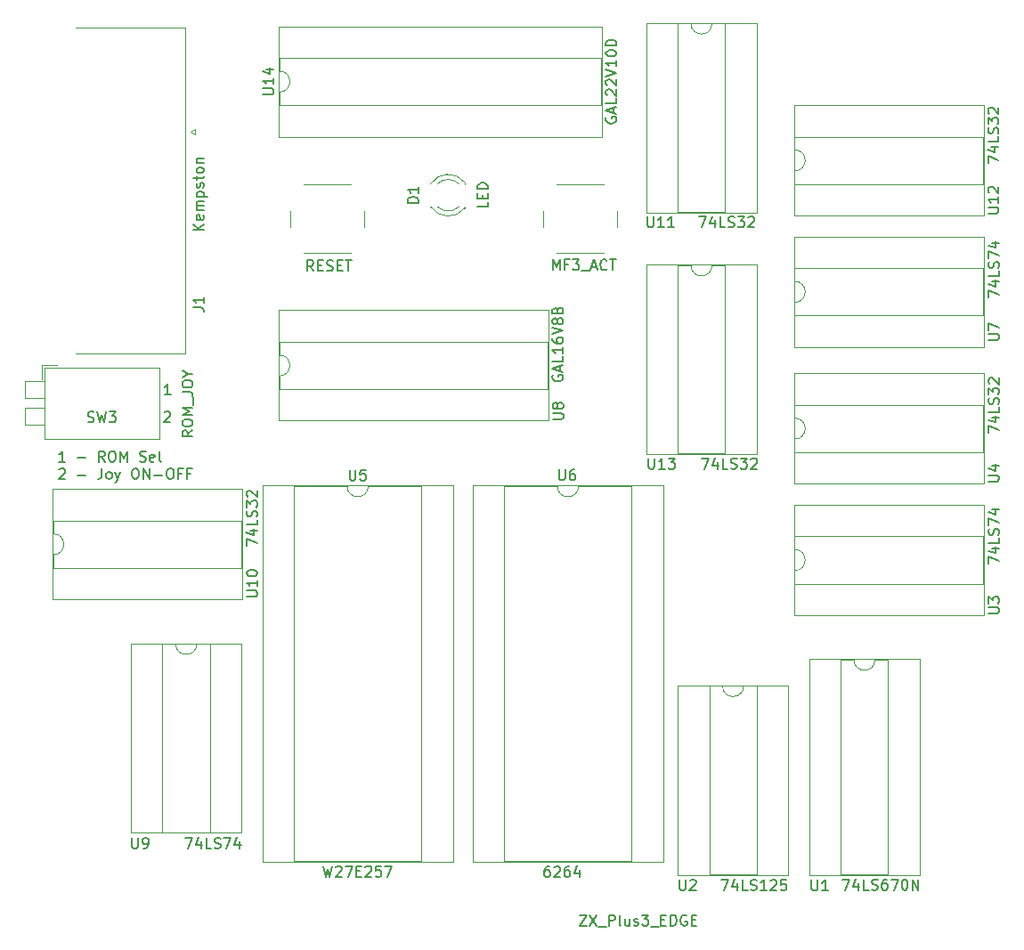
<source format=gto>
G04 #@! TF.GenerationSoftware,KiCad,Pcbnew,(5.1.6)-1*
G04 #@! TF.CreationDate,2020-12-01T23:33:15+02:00*
G04 #@! TF.ProjectId,ZX_Multiface_3_1_4D,5a585f4d-756c-4746-9966-6163655f335f,rev?*
G04 #@! TF.SameCoordinates,Original*
G04 #@! TF.FileFunction,Legend,Top*
G04 #@! TF.FilePolarity,Positive*
%FSLAX46Y46*%
G04 Gerber Fmt 4.6, Leading zero omitted, Abs format (unit mm)*
G04 Created by KiCad (PCBNEW (5.1.6)-1) date 2020-12-01 23:33:15*
%MOMM*%
%LPD*%
G01*
G04 APERTURE LIST*
%ADD10C,0.150000*%
%ADD11C,0.120000*%
G04 APERTURE END LIST*
D10*
X89731885Y-95661219D02*
X89779504Y-95613600D01*
X89874742Y-95565980D01*
X90112838Y-95565980D01*
X90208076Y-95613600D01*
X90255695Y-95661219D01*
X90303314Y-95756457D01*
X90303314Y-95851695D01*
X90255695Y-95994552D01*
X89684266Y-96565980D01*
X90303314Y-96565980D01*
X90354114Y-93949780D02*
X89782685Y-93949780D01*
X90068400Y-93949780D02*
X90068400Y-92949780D01*
X89973161Y-93092638D01*
X89877923Y-93187876D01*
X89782685Y-93235495D01*
X80310604Y-100338380D02*
X79739176Y-100338380D01*
X80024890Y-100338380D02*
X80024890Y-99338380D01*
X79929652Y-99481238D01*
X79834414Y-99576476D01*
X79739176Y-99624095D01*
X81501080Y-99957428D02*
X82262985Y-99957428D01*
X84072509Y-100338380D02*
X83739176Y-99862190D01*
X83501080Y-100338380D02*
X83501080Y-99338380D01*
X83882033Y-99338380D01*
X83977271Y-99386000D01*
X84024890Y-99433619D01*
X84072509Y-99528857D01*
X84072509Y-99671714D01*
X84024890Y-99766952D01*
X83977271Y-99814571D01*
X83882033Y-99862190D01*
X83501080Y-99862190D01*
X84691557Y-99338380D02*
X84882033Y-99338380D01*
X84977271Y-99386000D01*
X85072509Y-99481238D01*
X85120128Y-99671714D01*
X85120128Y-100005047D01*
X85072509Y-100195523D01*
X84977271Y-100290761D01*
X84882033Y-100338380D01*
X84691557Y-100338380D01*
X84596319Y-100290761D01*
X84501080Y-100195523D01*
X84453461Y-100005047D01*
X84453461Y-99671714D01*
X84501080Y-99481238D01*
X84596319Y-99386000D01*
X84691557Y-99338380D01*
X85548700Y-100338380D02*
X85548700Y-99338380D01*
X85882033Y-100052666D01*
X86215366Y-99338380D01*
X86215366Y-100338380D01*
X87405842Y-100290761D02*
X87548700Y-100338380D01*
X87786795Y-100338380D01*
X87882033Y-100290761D01*
X87929652Y-100243142D01*
X87977271Y-100147904D01*
X87977271Y-100052666D01*
X87929652Y-99957428D01*
X87882033Y-99909809D01*
X87786795Y-99862190D01*
X87596319Y-99814571D01*
X87501080Y-99766952D01*
X87453461Y-99719333D01*
X87405842Y-99624095D01*
X87405842Y-99528857D01*
X87453461Y-99433619D01*
X87501080Y-99386000D01*
X87596319Y-99338380D01*
X87834414Y-99338380D01*
X87977271Y-99386000D01*
X88786795Y-100290761D02*
X88691557Y-100338380D01*
X88501080Y-100338380D01*
X88405842Y-100290761D01*
X88358223Y-100195523D01*
X88358223Y-99814571D01*
X88405842Y-99719333D01*
X88501080Y-99671714D01*
X88691557Y-99671714D01*
X88786795Y-99719333D01*
X88834414Y-99814571D01*
X88834414Y-99909809D01*
X88358223Y-100005047D01*
X89405842Y-100338380D02*
X89310604Y-100290761D01*
X89262985Y-100195523D01*
X89262985Y-99338380D01*
X79739176Y-101083619D02*
X79786795Y-101036000D01*
X79882033Y-100988380D01*
X80120128Y-100988380D01*
X80215366Y-101036000D01*
X80262985Y-101083619D01*
X80310604Y-101178857D01*
X80310604Y-101274095D01*
X80262985Y-101416952D01*
X79691557Y-101988380D01*
X80310604Y-101988380D01*
X81501080Y-101607428D02*
X82262985Y-101607428D01*
X83786795Y-100988380D02*
X83786795Y-101702666D01*
X83739176Y-101845523D01*
X83643938Y-101940761D01*
X83501080Y-101988380D01*
X83405842Y-101988380D01*
X84405842Y-101988380D02*
X84310604Y-101940761D01*
X84262985Y-101893142D01*
X84215366Y-101797904D01*
X84215366Y-101512190D01*
X84262985Y-101416952D01*
X84310604Y-101369333D01*
X84405842Y-101321714D01*
X84548700Y-101321714D01*
X84643938Y-101369333D01*
X84691557Y-101416952D01*
X84739176Y-101512190D01*
X84739176Y-101797904D01*
X84691557Y-101893142D01*
X84643938Y-101940761D01*
X84548700Y-101988380D01*
X84405842Y-101988380D01*
X85072509Y-101321714D02*
X85310604Y-101988380D01*
X85548700Y-101321714D02*
X85310604Y-101988380D01*
X85215366Y-102226476D01*
X85167747Y-102274095D01*
X85072509Y-102321714D01*
X86882033Y-100988380D02*
X87072509Y-100988380D01*
X87167747Y-101036000D01*
X87262985Y-101131238D01*
X87310604Y-101321714D01*
X87310604Y-101655047D01*
X87262985Y-101845523D01*
X87167747Y-101940761D01*
X87072509Y-101988380D01*
X86882033Y-101988380D01*
X86786795Y-101940761D01*
X86691557Y-101845523D01*
X86643938Y-101655047D01*
X86643938Y-101321714D01*
X86691557Y-101131238D01*
X86786795Y-101036000D01*
X86882033Y-100988380D01*
X87739176Y-101988380D02*
X87739176Y-100988380D01*
X88310604Y-101988380D01*
X88310604Y-100988380D01*
X88786795Y-101607428D02*
X89548700Y-101607428D01*
X90215366Y-100988380D02*
X90405842Y-100988380D01*
X90501080Y-101036000D01*
X90596319Y-101131238D01*
X90643938Y-101321714D01*
X90643938Y-101655047D01*
X90596319Y-101845523D01*
X90501080Y-101940761D01*
X90405842Y-101988380D01*
X90215366Y-101988380D01*
X90120128Y-101940761D01*
X90024890Y-101845523D01*
X89977271Y-101655047D01*
X89977271Y-101321714D01*
X90024890Y-101131238D01*
X90120128Y-101036000D01*
X90215366Y-100988380D01*
X91405842Y-101464571D02*
X91072509Y-101464571D01*
X91072509Y-101988380D02*
X91072509Y-100988380D01*
X91548700Y-100988380D01*
X92262985Y-101464571D02*
X91929652Y-101464571D01*
X91929652Y-101988380D02*
X91929652Y-100988380D01*
X92405842Y-100988380D01*
D11*
X100670000Y-65190000D02*
X100670000Y-66440000D01*
X100670000Y-66440000D02*
X131270000Y-66440000D01*
X131270000Y-66440000D02*
X131270000Y-61940000D01*
X131270000Y-61940000D02*
X100670000Y-61940000D01*
X100670000Y-61940000D02*
X100670000Y-63190000D01*
X100610000Y-69440000D02*
X131330000Y-69440000D01*
X131330000Y-69440000D02*
X131330000Y-58940000D01*
X131330000Y-58940000D02*
X100610000Y-58940000D01*
X100610000Y-58940000D02*
X100610000Y-69440000D01*
X100670000Y-63190000D02*
G75*
G02*
X100670000Y-65190000I0J-1000000D01*
G01*
X78350000Y-95230000D02*
X78350000Y-96850000D01*
X76490000Y-95230000D02*
X76490000Y-96850000D01*
X76490000Y-96850000D02*
X78350000Y-96850000D01*
X76490000Y-95230000D02*
X78350000Y-95230000D01*
X78350000Y-92690000D02*
X78350000Y-94310000D01*
X76490000Y-92690000D02*
X76490000Y-94310000D01*
X76490000Y-94310000D02*
X78350000Y-94310000D01*
X76490000Y-92690000D02*
X78350000Y-92690000D01*
X78110000Y-91150000D02*
X78110000Y-92533000D01*
X78110000Y-91150000D02*
X79493000Y-91150000D01*
X89270000Y-91390000D02*
X89270000Y-98150000D01*
X78350000Y-91390000D02*
X78350000Y-98150000D01*
X78350000Y-98150000D02*
X89270000Y-98150000D01*
X78350000Y-91390000D02*
X89270000Y-91390000D01*
X92221325Y-69000000D02*
X92654338Y-68750000D01*
X92654338Y-69250000D02*
X92221325Y-69000000D01*
X92654338Y-68750000D02*
X92654338Y-69250000D01*
X91760000Y-90025000D02*
X81280000Y-90025000D01*
X91760000Y-59055000D02*
X91760000Y-90025000D01*
X81280000Y-59055000D02*
X91760000Y-59055000D01*
X107120000Y-102670000D02*
X102060000Y-102670000D01*
X102060000Y-102670000D02*
X102060000Y-138350000D01*
X102060000Y-138350000D02*
X114180000Y-138350000D01*
X114180000Y-138350000D02*
X114180000Y-102670000D01*
X114180000Y-102670000D02*
X109120000Y-102670000D01*
X99060000Y-102610000D02*
X99060000Y-138410000D01*
X99060000Y-138410000D02*
X117180000Y-138410000D01*
X117180000Y-138410000D02*
X117180000Y-102610000D01*
X117180000Y-102610000D02*
X99060000Y-102610000D01*
X109120000Y-102670000D02*
G75*
G02*
X107120000Y-102670000I-1000000J0D01*
G01*
X132750000Y-78000000D02*
X132750000Y-76500000D01*
X131500000Y-74000000D02*
X127000000Y-74000000D01*
X125750000Y-76500000D02*
X125750000Y-78000000D01*
X127000000Y-80500000D02*
X131500000Y-80500000D01*
X108750000Y-78000000D02*
X108750000Y-76500000D01*
X107500000Y-74000000D02*
X103000000Y-74000000D01*
X101750000Y-76500000D02*
X101750000Y-78000000D01*
X103000000Y-80500000D02*
X107500000Y-80500000D01*
X97060000Y-117610000D02*
X86560000Y-117610000D01*
X97060000Y-135630000D02*
X97060000Y-117610000D01*
X86560000Y-135630000D02*
X97060000Y-135630000D01*
X86560000Y-117610000D02*
X86560000Y-135630000D01*
X94060000Y-117670000D02*
X92810000Y-117670000D01*
X94060000Y-135570000D02*
X94060000Y-117670000D01*
X89560000Y-135570000D02*
X94060000Y-135570000D01*
X89560000Y-117670000D02*
X89560000Y-135570000D01*
X90810000Y-117670000D02*
X89560000Y-117670000D01*
X92810000Y-117670000D02*
G75*
G02*
X90810000Y-117670000I-1000000J0D01*
G01*
X149610000Y-78940000D02*
X149610000Y-89440000D01*
X167630000Y-78940000D02*
X149610000Y-78940000D01*
X167630000Y-89440000D02*
X167630000Y-78940000D01*
X149610000Y-89440000D02*
X167630000Y-89440000D01*
X149670000Y-81940000D02*
X149670000Y-83190000D01*
X167570000Y-81940000D02*
X149670000Y-81940000D01*
X167570000Y-86440000D02*
X167570000Y-81940000D01*
X149670000Y-86440000D02*
X167570000Y-86440000D01*
X149670000Y-85190000D02*
X149670000Y-86440000D01*
X149670000Y-83190000D02*
G75*
G02*
X149670000Y-85190000I0J-1000000D01*
G01*
X149610000Y-104440000D02*
X149610000Y-114940000D01*
X167630000Y-104440000D02*
X149610000Y-104440000D01*
X167630000Y-114940000D02*
X167630000Y-104440000D01*
X149610000Y-114940000D02*
X167630000Y-114940000D01*
X149670000Y-107440000D02*
X149670000Y-108690000D01*
X167570000Y-107440000D02*
X149670000Y-107440000D01*
X167570000Y-111940000D02*
X167570000Y-107440000D01*
X149670000Y-111940000D02*
X167570000Y-111940000D01*
X149670000Y-110690000D02*
X149670000Y-111940000D01*
X149670000Y-108690000D02*
G75*
G02*
X149670000Y-110690000I0J-1000000D01*
G01*
X146060000Y-58610000D02*
X135560000Y-58610000D01*
X146060000Y-76630000D02*
X146060000Y-58610000D01*
X135560000Y-76630000D02*
X146060000Y-76630000D01*
X135560000Y-58610000D02*
X135560000Y-76630000D01*
X143060000Y-58670000D02*
X141810000Y-58670000D01*
X143060000Y-76570000D02*
X143060000Y-58670000D01*
X138560000Y-76570000D02*
X143060000Y-76570000D01*
X138560000Y-58670000D02*
X138560000Y-76570000D01*
X139810000Y-58670000D02*
X138560000Y-58670000D01*
X141810000Y-58670000D02*
G75*
G02*
X139810000Y-58670000I-1000000J0D01*
G01*
X137180000Y-102610000D02*
X119060000Y-102610000D01*
X137180000Y-138410000D02*
X137180000Y-102610000D01*
X119060000Y-138410000D02*
X137180000Y-138410000D01*
X119060000Y-102610000D02*
X119060000Y-138410000D01*
X134180000Y-102670000D02*
X129120000Y-102670000D01*
X134180000Y-138350000D02*
X134180000Y-102670000D01*
X122060000Y-138350000D02*
X134180000Y-138350000D01*
X122060000Y-102670000D02*
X122060000Y-138350000D01*
X127120000Y-102670000D02*
X122060000Y-102670000D01*
X129120000Y-102670000D02*
G75*
G02*
X127120000Y-102670000I-1000000J0D01*
G01*
X146060000Y-81610000D02*
X135560000Y-81610000D01*
X146060000Y-99630000D02*
X146060000Y-81610000D01*
X135560000Y-99630000D02*
X146060000Y-99630000D01*
X135560000Y-81610000D02*
X135560000Y-99630000D01*
X143060000Y-81670000D02*
X141810000Y-81670000D01*
X143060000Y-99570000D02*
X143060000Y-81670000D01*
X138560000Y-99570000D02*
X143060000Y-99570000D01*
X138560000Y-81670000D02*
X138560000Y-99570000D01*
X139810000Y-81670000D02*
X138560000Y-81670000D01*
X141810000Y-81670000D02*
G75*
G02*
X139810000Y-81670000I-1000000J0D01*
G01*
X149610000Y-66440000D02*
X149610000Y-76940000D01*
X167630000Y-66440000D02*
X149610000Y-66440000D01*
X167630000Y-76940000D02*
X167630000Y-66440000D01*
X149610000Y-76940000D02*
X167630000Y-76940000D01*
X149670000Y-69440000D02*
X149670000Y-70690000D01*
X167570000Y-69440000D02*
X149670000Y-69440000D01*
X167570000Y-73940000D02*
X167570000Y-69440000D01*
X149670000Y-73940000D02*
X167570000Y-73940000D01*
X149670000Y-72690000D02*
X149670000Y-73940000D01*
X149670000Y-70690000D02*
G75*
G02*
X149670000Y-72690000I0J-1000000D01*
G01*
X79110000Y-102940000D02*
X79110000Y-113440000D01*
X97130000Y-102940000D02*
X79110000Y-102940000D01*
X97130000Y-113440000D02*
X97130000Y-102940000D01*
X79110000Y-113440000D02*
X97130000Y-113440000D01*
X79170000Y-105940000D02*
X79170000Y-107190000D01*
X97070000Y-105940000D02*
X79170000Y-105940000D01*
X97070000Y-110440000D02*
X97070000Y-105940000D01*
X79170000Y-110440000D02*
X97070000Y-110440000D01*
X79170000Y-109190000D02*
X79170000Y-110440000D01*
X79170000Y-107190000D02*
G75*
G02*
X79170000Y-109190000I0J-1000000D01*
G01*
X100610000Y-85940000D02*
X100610000Y-96440000D01*
X126250000Y-85940000D02*
X100610000Y-85940000D01*
X126250000Y-96440000D02*
X126250000Y-85940000D01*
X100610000Y-96440000D02*
X126250000Y-96440000D01*
X100670000Y-88940000D02*
X100670000Y-90190000D01*
X126190000Y-88940000D02*
X100670000Y-88940000D01*
X126190000Y-93440000D02*
X126190000Y-88940000D01*
X100670000Y-93440000D02*
X126190000Y-93440000D01*
X100670000Y-92190000D02*
X100670000Y-93440000D01*
X100670000Y-90190000D02*
G75*
G02*
X100670000Y-92190000I0J-1000000D01*
G01*
X149610000Y-91940000D02*
X149610000Y-102440000D01*
X167630000Y-91940000D02*
X149610000Y-91940000D01*
X167630000Y-102440000D02*
X167630000Y-91940000D01*
X149610000Y-102440000D02*
X167630000Y-102440000D01*
X149670000Y-94940000D02*
X149670000Y-96190000D01*
X167570000Y-94940000D02*
X149670000Y-94940000D01*
X167570000Y-99440000D02*
X167570000Y-94940000D01*
X149670000Y-99440000D02*
X167570000Y-99440000D01*
X149670000Y-98190000D02*
X149670000Y-99440000D01*
X149670000Y-96190000D02*
G75*
G02*
X149670000Y-98190000I0J-1000000D01*
G01*
X149060000Y-121610000D02*
X138560000Y-121610000D01*
X149060000Y-139630000D02*
X149060000Y-121610000D01*
X138560000Y-139630000D02*
X149060000Y-139630000D01*
X138560000Y-121610000D02*
X138560000Y-139630000D01*
X146060000Y-121670000D02*
X144810000Y-121670000D01*
X146060000Y-139570000D02*
X146060000Y-121670000D01*
X141560000Y-139570000D02*
X146060000Y-139570000D01*
X141560000Y-121670000D02*
X141560000Y-139570000D01*
X142810000Y-121670000D02*
X141560000Y-121670000D01*
X144810000Y-121670000D02*
G75*
G02*
X142810000Y-121670000I-1000000J0D01*
G01*
X161560000Y-119110000D02*
X151060000Y-119110000D01*
X161560000Y-139670000D02*
X161560000Y-119110000D01*
X151060000Y-139670000D02*
X161560000Y-139670000D01*
X151060000Y-119110000D02*
X151060000Y-139670000D01*
X158560000Y-119170000D02*
X157310000Y-119170000D01*
X158560000Y-139610000D02*
X158560000Y-119170000D01*
X154060000Y-139610000D02*
X158560000Y-139610000D01*
X154060000Y-119170000D02*
X154060000Y-139610000D01*
X155310000Y-119170000D02*
X154060000Y-119170000D01*
X157310000Y-119170000D02*
G75*
G02*
X155310000Y-119170000I-1000000J0D01*
G01*
X118290000Y-73920000D02*
X118290000Y-73764000D01*
X118290000Y-76236000D02*
X118290000Y-76080000D01*
X115688870Y-73920163D02*
G75*
G02*
X117770961Y-73920000I1041130J-1079837D01*
G01*
X115688870Y-76079837D02*
G75*
G03*
X117770961Y-76080000I1041130J1079837D01*
G01*
X115057665Y-73921392D02*
G75*
G02*
X118290000Y-73764484I1672335J-1078608D01*
G01*
X115057665Y-76078608D02*
G75*
G03*
X118290000Y-76235516I1672335J1078608D01*
G01*
D10*
X99122380Y-65428095D02*
X99931904Y-65428095D01*
X100027142Y-65380476D01*
X100074761Y-65332857D01*
X100122380Y-65237619D01*
X100122380Y-65047142D01*
X100074761Y-64951904D01*
X100027142Y-64904285D01*
X99931904Y-64856666D01*
X99122380Y-64856666D01*
X100122380Y-63856666D02*
X100122380Y-64428095D01*
X100122380Y-64142380D02*
X99122380Y-64142380D01*
X99265238Y-64237619D01*
X99360476Y-64332857D01*
X99408095Y-64428095D01*
X99455714Y-62999523D02*
X100122380Y-62999523D01*
X99074761Y-63237619D02*
X99789047Y-63475714D01*
X99789047Y-62856666D01*
X131770000Y-67594761D02*
X131722380Y-67690000D01*
X131722380Y-67832857D01*
X131770000Y-67975714D01*
X131865238Y-68070952D01*
X131960476Y-68118571D01*
X132150952Y-68166190D01*
X132293809Y-68166190D01*
X132484285Y-68118571D01*
X132579523Y-68070952D01*
X132674761Y-67975714D01*
X132722380Y-67832857D01*
X132722380Y-67737619D01*
X132674761Y-67594761D01*
X132627142Y-67547142D01*
X132293809Y-67547142D01*
X132293809Y-67737619D01*
X132436666Y-67166190D02*
X132436666Y-66690000D01*
X132722380Y-67261428D02*
X131722380Y-66928095D01*
X132722380Y-66594761D01*
X132722380Y-65785238D02*
X132722380Y-66261428D01*
X131722380Y-66261428D01*
X131817619Y-65499523D02*
X131770000Y-65451904D01*
X131722380Y-65356666D01*
X131722380Y-65118571D01*
X131770000Y-65023333D01*
X131817619Y-64975714D01*
X131912857Y-64928095D01*
X132008095Y-64928095D01*
X132150952Y-64975714D01*
X132722380Y-65547142D01*
X132722380Y-64928095D01*
X131817619Y-64547142D02*
X131770000Y-64499523D01*
X131722380Y-64404285D01*
X131722380Y-64166190D01*
X131770000Y-64070952D01*
X131817619Y-64023333D01*
X131912857Y-63975714D01*
X132008095Y-63975714D01*
X132150952Y-64023333D01*
X132722380Y-64594761D01*
X132722380Y-63975714D01*
X131722380Y-63690000D02*
X132722380Y-63356666D01*
X131722380Y-63023333D01*
X132722380Y-62166190D02*
X132722380Y-62737619D01*
X132722380Y-62451904D02*
X131722380Y-62451904D01*
X131865238Y-62547142D01*
X131960476Y-62642380D01*
X132008095Y-62737619D01*
X131722380Y-61547142D02*
X131722380Y-61451904D01*
X131770000Y-61356666D01*
X131817619Y-61309047D01*
X131912857Y-61261428D01*
X132103333Y-61213809D01*
X132341428Y-61213809D01*
X132531904Y-61261428D01*
X132627142Y-61309047D01*
X132674761Y-61356666D01*
X132722380Y-61451904D01*
X132722380Y-61547142D01*
X132674761Y-61642380D01*
X132627142Y-61690000D01*
X132531904Y-61737619D01*
X132341428Y-61785238D01*
X132103333Y-61785238D01*
X131912857Y-61737619D01*
X131817619Y-61690000D01*
X131770000Y-61642380D01*
X131722380Y-61547142D01*
X132722380Y-60785238D02*
X131722380Y-60785238D01*
X131722380Y-60547142D01*
X131770000Y-60404285D01*
X131865238Y-60309047D01*
X131960476Y-60261428D01*
X132150952Y-60213809D01*
X132293809Y-60213809D01*
X132484285Y-60261428D01*
X132579523Y-60309047D01*
X132674761Y-60404285D01*
X132722380Y-60547142D01*
X132722380Y-60785238D01*
X82451266Y-96546361D02*
X82594123Y-96593980D01*
X82832219Y-96593980D01*
X82927457Y-96546361D01*
X82975076Y-96498742D01*
X83022695Y-96403504D01*
X83022695Y-96308266D01*
X82975076Y-96213028D01*
X82927457Y-96165409D01*
X82832219Y-96117790D01*
X82641742Y-96070171D01*
X82546504Y-96022552D01*
X82498885Y-95974933D01*
X82451266Y-95879695D01*
X82451266Y-95784457D01*
X82498885Y-95689219D01*
X82546504Y-95641600D01*
X82641742Y-95593980D01*
X82879838Y-95593980D01*
X83022695Y-95641600D01*
X83356028Y-95593980D02*
X83594123Y-96593980D01*
X83784600Y-95879695D01*
X83975076Y-96593980D01*
X84213171Y-95593980D01*
X84498885Y-95593980D02*
X85117933Y-95593980D01*
X84784600Y-95974933D01*
X84927457Y-95974933D01*
X85022695Y-96022552D01*
X85070314Y-96070171D01*
X85117933Y-96165409D01*
X85117933Y-96403504D01*
X85070314Y-96498742D01*
X85022695Y-96546361D01*
X84927457Y-96593980D01*
X84641742Y-96593980D01*
X84546504Y-96546361D01*
X84498885Y-96498742D01*
X92425780Y-97369000D02*
X91949590Y-97702333D01*
X92425780Y-97940428D02*
X91425780Y-97940428D01*
X91425780Y-97559476D01*
X91473400Y-97464238D01*
X91521019Y-97416619D01*
X91616257Y-97369000D01*
X91759114Y-97369000D01*
X91854352Y-97416619D01*
X91901971Y-97464238D01*
X91949590Y-97559476D01*
X91949590Y-97940428D01*
X91425780Y-96749952D02*
X91425780Y-96559476D01*
X91473400Y-96464238D01*
X91568638Y-96369000D01*
X91759114Y-96321380D01*
X92092447Y-96321380D01*
X92282923Y-96369000D01*
X92378161Y-96464238D01*
X92425780Y-96559476D01*
X92425780Y-96749952D01*
X92378161Y-96845190D01*
X92282923Y-96940428D01*
X92092447Y-96988047D01*
X91759114Y-96988047D01*
X91568638Y-96940428D01*
X91473400Y-96845190D01*
X91425780Y-96749952D01*
X92425780Y-95892809D02*
X91425780Y-95892809D01*
X92140066Y-95559476D01*
X91425780Y-95226142D01*
X92425780Y-95226142D01*
X92521019Y-94988047D02*
X92521019Y-94226142D01*
X91425780Y-93702333D02*
X92140066Y-93702333D01*
X92282923Y-93749952D01*
X92378161Y-93845190D01*
X92425780Y-93988047D01*
X92425780Y-94083285D01*
X91425780Y-93035666D02*
X91425780Y-92845190D01*
X91473400Y-92749952D01*
X91568638Y-92654714D01*
X91759114Y-92607095D01*
X92092447Y-92607095D01*
X92282923Y-92654714D01*
X92378161Y-92749952D01*
X92425780Y-92845190D01*
X92425780Y-93035666D01*
X92378161Y-93130904D01*
X92282923Y-93226142D01*
X92092447Y-93273761D01*
X91759114Y-93273761D01*
X91568638Y-93226142D01*
X91473400Y-93130904D01*
X91425780Y-93035666D01*
X91949590Y-91988047D02*
X92425780Y-91988047D01*
X91425780Y-92321380D02*
X91949590Y-91988047D01*
X91425780Y-91654714D01*
X92467180Y-85677333D02*
X93181466Y-85677333D01*
X93324323Y-85724952D01*
X93419561Y-85820190D01*
X93467180Y-85963047D01*
X93467180Y-86058285D01*
X93467180Y-84677333D02*
X93467180Y-85248761D01*
X93467180Y-84963047D02*
X92467180Y-84963047D01*
X92610038Y-85058285D01*
X92705276Y-85153523D01*
X92752895Y-85248761D01*
X93467180Y-78309361D02*
X92467180Y-78309361D01*
X93467180Y-77737933D02*
X92895752Y-78166504D01*
X92467180Y-77737933D02*
X93038609Y-78309361D01*
X93419561Y-76928409D02*
X93467180Y-77023647D01*
X93467180Y-77214123D01*
X93419561Y-77309361D01*
X93324323Y-77356980D01*
X92943371Y-77356980D01*
X92848133Y-77309361D01*
X92800514Y-77214123D01*
X92800514Y-77023647D01*
X92848133Y-76928409D01*
X92943371Y-76880790D01*
X93038609Y-76880790D01*
X93133847Y-77356980D01*
X93467180Y-76452219D02*
X92800514Y-76452219D01*
X92895752Y-76452219D02*
X92848133Y-76404600D01*
X92800514Y-76309361D01*
X92800514Y-76166504D01*
X92848133Y-76071266D01*
X92943371Y-76023647D01*
X93467180Y-76023647D01*
X92943371Y-76023647D02*
X92848133Y-75976028D01*
X92800514Y-75880790D01*
X92800514Y-75737933D01*
X92848133Y-75642695D01*
X92943371Y-75595076D01*
X93467180Y-75595076D01*
X92800514Y-75118885D02*
X93800514Y-75118885D01*
X92848133Y-75118885D02*
X92800514Y-75023647D01*
X92800514Y-74833171D01*
X92848133Y-74737933D01*
X92895752Y-74690314D01*
X92990990Y-74642695D01*
X93276704Y-74642695D01*
X93371942Y-74690314D01*
X93419561Y-74737933D01*
X93467180Y-74833171D01*
X93467180Y-75023647D01*
X93419561Y-75118885D01*
X93419561Y-74261742D02*
X93467180Y-74166504D01*
X93467180Y-73976028D01*
X93419561Y-73880790D01*
X93324323Y-73833171D01*
X93276704Y-73833171D01*
X93181466Y-73880790D01*
X93133847Y-73976028D01*
X93133847Y-74118885D01*
X93086228Y-74214123D01*
X92990990Y-74261742D01*
X92943371Y-74261742D01*
X92848133Y-74214123D01*
X92800514Y-74118885D01*
X92800514Y-73976028D01*
X92848133Y-73880790D01*
X92800514Y-73547457D02*
X92800514Y-73166504D01*
X92467180Y-73404600D02*
X93324323Y-73404600D01*
X93419561Y-73356980D01*
X93467180Y-73261742D01*
X93467180Y-73166504D01*
X93467180Y-72690314D02*
X93419561Y-72785552D01*
X93371942Y-72833171D01*
X93276704Y-72880790D01*
X92990990Y-72880790D01*
X92895752Y-72833171D01*
X92848133Y-72785552D01*
X92800514Y-72690314D01*
X92800514Y-72547457D01*
X92848133Y-72452219D01*
X92895752Y-72404600D01*
X92990990Y-72356980D01*
X93276704Y-72356980D01*
X93371942Y-72404600D01*
X93419561Y-72452219D01*
X93467180Y-72547457D01*
X93467180Y-72690314D01*
X92800514Y-71928409D02*
X93467180Y-71928409D01*
X92895752Y-71928409D02*
X92848133Y-71880790D01*
X92800514Y-71785552D01*
X92800514Y-71642695D01*
X92848133Y-71547457D01*
X92943371Y-71499838D01*
X93467180Y-71499838D01*
X107358095Y-101122380D02*
X107358095Y-101931904D01*
X107405714Y-102027142D01*
X107453333Y-102074761D01*
X107548571Y-102122380D01*
X107739047Y-102122380D01*
X107834285Y-102074761D01*
X107881904Y-102027142D01*
X107929523Y-101931904D01*
X107929523Y-101122380D01*
X108881904Y-101122380D02*
X108405714Y-101122380D01*
X108358095Y-101598571D01*
X108405714Y-101550952D01*
X108500952Y-101503333D01*
X108739047Y-101503333D01*
X108834285Y-101550952D01*
X108881904Y-101598571D01*
X108929523Y-101693809D01*
X108929523Y-101931904D01*
X108881904Y-102027142D01*
X108834285Y-102074761D01*
X108739047Y-102122380D01*
X108500952Y-102122380D01*
X108405714Y-102074761D01*
X108358095Y-102027142D01*
X104858095Y-138802380D02*
X105096190Y-139802380D01*
X105286666Y-139088095D01*
X105477142Y-139802380D01*
X105715238Y-138802380D01*
X106048571Y-138897619D02*
X106096190Y-138850000D01*
X106191428Y-138802380D01*
X106429523Y-138802380D01*
X106524761Y-138850000D01*
X106572380Y-138897619D01*
X106620000Y-138992857D01*
X106620000Y-139088095D01*
X106572380Y-139230952D01*
X106000952Y-139802380D01*
X106620000Y-139802380D01*
X106953333Y-138802380D02*
X107620000Y-138802380D01*
X107191428Y-139802380D01*
X108000952Y-139278571D02*
X108334285Y-139278571D01*
X108477142Y-139802380D02*
X108000952Y-139802380D01*
X108000952Y-138802380D01*
X108477142Y-138802380D01*
X108858095Y-138897619D02*
X108905714Y-138850000D01*
X109000952Y-138802380D01*
X109239047Y-138802380D01*
X109334285Y-138850000D01*
X109381904Y-138897619D01*
X109429523Y-138992857D01*
X109429523Y-139088095D01*
X109381904Y-139230952D01*
X108810476Y-139802380D01*
X109429523Y-139802380D01*
X110334285Y-138802380D02*
X109858095Y-138802380D01*
X109810476Y-139278571D01*
X109858095Y-139230952D01*
X109953333Y-139183333D01*
X110191428Y-139183333D01*
X110286666Y-139230952D01*
X110334285Y-139278571D01*
X110381904Y-139373809D01*
X110381904Y-139611904D01*
X110334285Y-139707142D01*
X110286666Y-139754761D01*
X110191428Y-139802380D01*
X109953333Y-139802380D01*
X109858095Y-139754761D01*
X109810476Y-139707142D01*
X110715238Y-138802380D02*
X111381904Y-138802380D01*
X110953333Y-139802380D01*
X126662228Y-82113380D02*
X126662228Y-81113380D01*
X126995561Y-81827666D01*
X127328895Y-81113380D01*
X127328895Y-82113380D01*
X128138419Y-81589571D02*
X127805085Y-81589571D01*
X127805085Y-82113380D02*
X127805085Y-81113380D01*
X128281276Y-81113380D01*
X128566990Y-81113380D02*
X129186038Y-81113380D01*
X128852704Y-81494333D01*
X128995561Y-81494333D01*
X129090800Y-81541952D01*
X129138419Y-81589571D01*
X129186038Y-81684809D01*
X129186038Y-81922904D01*
X129138419Y-82018142D01*
X129090800Y-82065761D01*
X128995561Y-82113380D01*
X128709847Y-82113380D01*
X128614609Y-82065761D01*
X128566990Y-82018142D01*
X129376514Y-82208619D02*
X130138419Y-82208619D01*
X130328895Y-81827666D02*
X130805085Y-81827666D01*
X130233657Y-82113380D02*
X130566990Y-81113380D01*
X130900323Y-82113380D01*
X131805085Y-82018142D02*
X131757466Y-82065761D01*
X131614609Y-82113380D01*
X131519371Y-82113380D01*
X131376514Y-82065761D01*
X131281276Y-81970523D01*
X131233657Y-81875285D01*
X131186038Y-81684809D01*
X131186038Y-81541952D01*
X131233657Y-81351476D01*
X131281276Y-81256238D01*
X131376514Y-81161000D01*
X131519371Y-81113380D01*
X131614609Y-81113380D01*
X131757466Y-81161000D01*
X131805085Y-81208619D01*
X132090800Y-81113380D02*
X132662228Y-81113380D01*
X132376514Y-82113380D02*
X132376514Y-81113380D01*
X103906819Y-82189580D02*
X103573485Y-81713390D01*
X103335390Y-82189580D02*
X103335390Y-81189580D01*
X103716342Y-81189580D01*
X103811580Y-81237200D01*
X103859200Y-81284819D01*
X103906819Y-81380057D01*
X103906819Y-81522914D01*
X103859200Y-81618152D01*
X103811580Y-81665771D01*
X103716342Y-81713390D01*
X103335390Y-81713390D01*
X104335390Y-81665771D02*
X104668723Y-81665771D01*
X104811580Y-82189580D02*
X104335390Y-82189580D01*
X104335390Y-81189580D01*
X104811580Y-81189580D01*
X105192533Y-82141961D02*
X105335390Y-82189580D01*
X105573485Y-82189580D01*
X105668723Y-82141961D01*
X105716342Y-82094342D01*
X105763961Y-81999104D01*
X105763961Y-81903866D01*
X105716342Y-81808628D01*
X105668723Y-81761009D01*
X105573485Y-81713390D01*
X105383009Y-81665771D01*
X105287771Y-81618152D01*
X105240152Y-81570533D01*
X105192533Y-81475295D01*
X105192533Y-81380057D01*
X105240152Y-81284819D01*
X105287771Y-81237200D01*
X105383009Y-81189580D01*
X105621104Y-81189580D01*
X105763961Y-81237200D01*
X106192533Y-81665771D02*
X106525866Y-81665771D01*
X106668723Y-82189580D02*
X106192533Y-82189580D01*
X106192533Y-81189580D01*
X106668723Y-81189580D01*
X106954438Y-81189580D02*
X107525866Y-81189580D01*
X107240152Y-82189580D02*
X107240152Y-81189580D01*
X129246071Y-143452380D02*
X129912738Y-143452380D01*
X129246071Y-144452380D01*
X129912738Y-144452380D01*
X130198452Y-143452380D02*
X130865119Y-144452380D01*
X130865119Y-143452380D02*
X130198452Y-144452380D01*
X131007976Y-144547619D02*
X131769880Y-144547619D01*
X132007976Y-144452380D02*
X132007976Y-143452380D01*
X132388928Y-143452380D01*
X132484166Y-143500000D01*
X132531785Y-143547619D01*
X132579404Y-143642857D01*
X132579404Y-143785714D01*
X132531785Y-143880952D01*
X132484166Y-143928571D01*
X132388928Y-143976190D01*
X132007976Y-143976190D01*
X133150833Y-144452380D02*
X133055595Y-144404761D01*
X133007976Y-144309523D01*
X133007976Y-143452380D01*
X133960357Y-143785714D02*
X133960357Y-144452380D01*
X133531785Y-143785714D02*
X133531785Y-144309523D01*
X133579404Y-144404761D01*
X133674642Y-144452380D01*
X133817500Y-144452380D01*
X133912738Y-144404761D01*
X133960357Y-144357142D01*
X134388928Y-144404761D02*
X134484166Y-144452380D01*
X134674642Y-144452380D01*
X134769880Y-144404761D01*
X134817500Y-144309523D01*
X134817500Y-144261904D01*
X134769880Y-144166666D01*
X134674642Y-144119047D01*
X134531785Y-144119047D01*
X134436547Y-144071428D01*
X134388928Y-143976190D01*
X134388928Y-143928571D01*
X134436547Y-143833333D01*
X134531785Y-143785714D01*
X134674642Y-143785714D01*
X134769880Y-143833333D01*
X135150833Y-143452380D02*
X135769880Y-143452380D01*
X135436547Y-143833333D01*
X135579404Y-143833333D01*
X135674642Y-143880952D01*
X135722261Y-143928571D01*
X135769880Y-144023809D01*
X135769880Y-144261904D01*
X135722261Y-144357142D01*
X135674642Y-144404761D01*
X135579404Y-144452380D01*
X135293690Y-144452380D01*
X135198452Y-144404761D01*
X135150833Y-144357142D01*
X135960357Y-144547619D02*
X136722261Y-144547619D01*
X136960357Y-143928571D02*
X137293690Y-143928571D01*
X137436547Y-144452380D02*
X136960357Y-144452380D01*
X136960357Y-143452380D01*
X137436547Y-143452380D01*
X137865119Y-144452380D02*
X137865119Y-143452380D01*
X138103214Y-143452380D01*
X138246071Y-143500000D01*
X138341309Y-143595238D01*
X138388928Y-143690476D01*
X138436547Y-143880952D01*
X138436547Y-144023809D01*
X138388928Y-144214285D01*
X138341309Y-144309523D01*
X138246071Y-144404761D01*
X138103214Y-144452380D01*
X137865119Y-144452380D01*
X139388928Y-143500000D02*
X139293690Y-143452380D01*
X139150833Y-143452380D01*
X139007976Y-143500000D01*
X138912738Y-143595238D01*
X138865119Y-143690476D01*
X138817500Y-143880952D01*
X138817500Y-144023809D01*
X138865119Y-144214285D01*
X138912738Y-144309523D01*
X139007976Y-144404761D01*
X139150833Y-144452380D01*
X139246071Y-144452380D01*
X139388928Y-144404761D01*
X139436547Y-144357142D01*
X139436547Y-144023809D01*
X139246071Y-144023809D01*
X139865119Y-143928571D02*
X140198452Y-143928571D01*
X140341309Y-144452380D02*
X139865119Y-144452380D01*
X139865119Y-143452380D01*
X140341309Y-143452380D01*
X86653895Y-136105380D02*
X86653895Y-136914904D01*
X86701514Y-137010142D01*
X86749133Y-137057761D01*
X86844371Y-137105380D01*
X87034847Y-137105380D01*
X87130085Y-137057761D01*
X87177704Y-137010142D01*
X87225323Y-136914904D01*
X87225323Y-136105380D01*
X87749133Y-137105380D02*
X87939609Y-137105380D01*
X88034847Y-137057761D01*
X88082466Y-137010142D01*
X88177704Y-136867285D01*
X88225323Y-136676809D01*
X88225323Y-136295857D01*
X88177704Y-136200619D01*
X88130085Y-136153000D01*
X88034847Y-136105380D01*
X87844371Y-136105380D01*
X87749133Y-136153000D01*
X87701514Y-136200619D01*
X87653895Y-136295857D01*
X87653895Y-136533952D01*
X87701514Y-136629190D01*
X87749133Y-136676809D01*
X87844371Y-136724428D01*
X88034847Y-136724428D01*
X88130085Y-136676809D01*
X88177704Y-136629190D01*
X88225323Y-136533952D01*
X91732542Y-136105380D02*
X92399209Y-136105380D01*
X91970638Y-137105380D01*
X93208733Y-136438714D02*
X93208733Y-137105380D01*
X92970638Y-136057761D02*
X92732542Y-136772047D01*
X93351590Y-136772047D01*
X94208733Y-137105380D02*
X93732542Y-137105380D01*
X93732542Y-136105380D01*
X94494447Y-137057761D02*
X94637304Y-137105380D01*
X94875400Y-137105380D01*
X94970638Y-137057761D01*
X95018257Y-137010142D01*
X95065876Y-136914904D01*
X95065876Y-136819666D01*
X95018257Y-136724428D01*
X94970638Y-136676809D01*
X94875400Y-136629190D01*
X94684923Y-136581571D01*
X94589685Y-136533952D01*
X94542066Y-136486333D01*
X94494447Y-136391095D01*
X94494447Y-136295857D01*
X94542066Y-136200619D01*
X94589685Y-136153000D01*
X94684923Y-136105380D01*
X94923019Y-136105380D01*
X95065876Y-136153000D01*
X95399209Y-136105380D02*
X96065876Y-136105380D01*
X95637304Y-137105380D01*
X96875400Y-136438714D02*
X96875400Y-137105380D01*
X96637304Y-136057761D02*
X96399209Y-136772047D01*
X97018257Y-136772047D01*
X168105380Y-88761904D02*
X168914904Y-88761904D01*
X169010142Y-88714285D01*
X169057761Y-88666666D01*
X169105380Y-88571428D01*
X169105380Y-88380952D01*
X169057761Y-88285714D01*
X169010142Y-88238095D01*
X168914904Y-88190476D01*
X168105380Y-88190476D01*
X168105380Y-87809523D02*
X168105380Y-87142857D01*
X169105380Y-87571428D01*
X168105380Y-84673857D02*
X168105380Y-84007190D01*
X169105380Y-84435761D01*
X168438714Y-83197666D02*
X169105380Y-83197666D01*
X168057761Y-83435761D02*
X168772047Y-83673857D01*
X168772047Y-83054809D01*
X169105380Y-82197666D02*
X169105380Y-82673857D01*
X168105380Y-82673857D01*
X169057761Y-81911952D02*
X169105380Y-81769095D01*
X169105380Y-81531000D01*
X169057761Y-81435761D01*
X169010142Y-81388142D01*
X168914904Y-81340523D01*
X168819666Y-81340523D01*
X168724428Y-81388142D01*
X168676809Y-81435761D01*
X168629190Y-81531000D01*
X168581571Y-81721476D01*
X168533952Y-81816714D01*
X168486333Y-81864333D01*
X168391095Y-81911952D01*
X168295857Y-81911952D01*
X168200619Y-81864333D01*
X168153000Y-81816714D01*
X168105380Y-81721476D01*
X168105380Y-81483380D01*
X168153000Y-81340523D01*
X168105380Y-81007190D02*
X168105380Y-80340523D01*
X169105380Y-80769095D01*
X168438714Y-79531000D02*
X169105380Y-79531000D01*
X168057761Y-79769095D02*
X168772047Y-80007190D01*
X168772047Y-79388142D01*
X168105380Y-114769904D02*
X168914904Y-114769904D01*
X169010142Y-114722285D01*
X169057761Y-114674666D01*
X169105380Y-114579428D01*
X169105380Y-114388952D01*
X169057761Y-114293714D01*
X169010142Y-114246095D01*
X168914904Y-114198476D01*
X168105380Y-114198476D01*
X168105380Y-113817523D02*
X168105380Y-113198476D01*
X168486333Y-113531809D01*
X168486333Y-113388952D01*
X168533952Y-113293714D01*
X168581571Y-113246095D01*
X168676809Y-113198476D01*
X168914904Y-113198476D01*
X169010142Y-113246095D01*
X169057761Y-113293714D01*
X169105380Y-113388952D01*
X169105380Y-113674666D01*
X169057761Y-113769904D01*
X169010142Y-113817523D01*
X168105380Y-110046857D02*
X168105380Y-109380190D01*
X169105380Y-109808761D01*
X168438714Y-108570666D02*
X169105380Y-108570666D01*
X168057761Y-108808761D02*
X168772047Y-109046857D01*
X168772047Y-108427809D01*
X169105380Y-107570666D02*
X169105380Y-108046857D01*
X168105380Y-108046857D01*
X169057761Y-107284952D02*
X169105380Y-107142095D01*
X169105380Y-106904000D01*
X169057761Y-106808761D01*
X169010142Y-106761142D01*
X168914904Y-106713523D01*
X168819666Y-106713523D01*
X168724428Y-106761142D01*
X168676809Y-106808761D01*
X168629190Y-106904000D01*
X168581571Y-107094476D01*
X168533952Y-107189714D01*
X168486333Y-107237333D01*
X168391095Y-107284952D01*
X168295857Y-107284952D01*
X168200619Y-107237333D01*
X168153000Y-107189714D01*
X168105380Y-107094476D01*
X168105380Y-106856380D01*
X168153000Y-106713523D01*
X168105380Y-106380190D02*
X168105380Y-105713523D01*
X169105380Y-106142095D01*
X168438714Y-104904000D02*
X169105380Y-104904000D01*
X168057761Y-105142095D02*
X168772047Y-105380190D01*
X168772047Y-104761142D01*
X135675104Y-77036980D02*
X135675104Y-77846504D01*
X135722723Y-77941742D01*
X135770342Y-77989361D01*
X135865580Y-78036980D01*
X136056057Y-78036980D01*
X136151295Y-77989361D01*
X136198914Y-77941742D01*
X136246533Y-77846504D01*
X136246533Y-77036980D01*
X137246533Y-78036980D02*
X136675104Y-78036980D01*
X136960819Y-78036980D02*
X136960819Y-77036980D01*
X136865580Y-77179838D01*
X136770342Y-77275076D01*
X136675104Y-77322695D01*
X138198914Y-78036980D02*
X137627485Y-78036980D01*
X137913200Y-78036980D02*
X137913200Y-77036980D01*
X137817961Y-77179838D01*
X137722723Y-77275076D01*
X137627485Y-77322695D01*
X140594942Y-77036980D02*
X141261609Y-77036980D01*
X140833038Y-78036980D01*
X142071133Y-77370314D02*
X142071133Y-78036980D01*
X141833038Y-76989361D02*
X141594942Y-77703647D01*
X142213990Y-77703647D01*
X143071133Y-78036980D02*
X142594942Y-78036980D01*
X142594942Y-77036980D01*
X143356847Y-77989361D02*
X143499704Y-78036980D01*
X143737800Y-78036980D01*
X143833038Y-77989361D01*
X143880657Y-77941742D01*
X143928276Y-77846504D01*
X143928276Y-77751266D01*
X143880657Y-77656028D01*
X143833038Y-77608409D01*
X143737800Y-77560790D01*
X143547323Y-77513171D01*
X143452085Y-77465552D01*
X143404466Y-77417933D01*
X143356847Y-77322695D01*
X143356847Y-77227457D01*
X143404466Y-77132219D01*
X143452085Y-77084600D01*
X143547323Y-77036980D01*
X143785419Y-77036980D01*
X143928276Y-77084600D01*
X144261609Y-77036980D02*
X144880657Y-77036980D01*
X144547323Y-77417933D01*
X144690180Y-77417933D01*
X144785419Y-77465552D01*
X144833038Y-77513171D01*
X144880657Y-77608409D01*
X144880657Y-77846504D01*
X144833038Y-77941742D01*
X144785419Y-77989361D01*
X144690180Y-78036980D01*
X144404466Y-78036980D01*
X144309228Y-77989361D01*
X144261609Y-77941742D01*
X145261609Y-77132219D02*
X145309228Y-77084600D01*
X145404466Y-77036980D01*
X145642561Y-77036980D01*
X145737800Y-77084600D01*
X145785419Y-77132219D01*
X145833038Y-77227457D01*
X145833038Y-77322695D01*
X145785419Y-77465552D01*
X145213990Y-78036980D01*
X145833038Y-78036980D01*
X127263495Y-101096580D02*
X127263495Y-101906104D01*
X127311114Y-102001342D01*
X127358733Y-102048961D01*
X127453971Y-102096580D01*
X127644447Y-102096580D01*
X127739685Y-102048961D01*
X127787304Y-102001342D01*
X127834923Y-101906104D01*
X127834923Y-101096580D01*
X128739685Y-101096580D02*
X128549209Y-101096580D01*
X128453971Y-101144200D01*
X128406352Y-101191819D01*
X128311114Y-101334676D01*
X128263495Y-101525152D01*
X128263495Y-101906104D01*
X128311114Y-102001342D01*
X128358733Y-102048961D01*
X128453971Y-102096580D01*
X128644447Y-102096580D01*
X128739685Y-102048961D01*
X128787304Y-102001342D01*
X128834923Y-101906104D01*
X128834923Y-101668009D01*
X128787304Y-101572771D01*
X128739685Y-101525152D01*
X128644447Y-101477533D01*
X128453971Y-101477533D01*
X128358733Y-101525152D01*
X128311114Y-101572771D01*
X128263495Y-101668009D01*
X126330104Y-138815580D02*
X126139628Y-138815580D01*
X126044390Y-138863200D01*
X125996771Y-138910819D01*
X125901533Y-139053676D01*
X125853914Y-139244152D01*
X125853914Y-139625104D01*
X125901533Y-139720342D01*
X125949152Y-139767961D01*
X126044390Y-139815580D01*
X126234866Y-139815580D01*
X126330104Y-139767961D01*
X126377723Y-139720342D01*
X126425342Y-139625104D01*
X126425342Y-139387009D01*
X126377723Y-139291771D01*
X126330104Y-139244152D01*
X126234866Y-139196533D01*
X126044390Y-139196533D01*
X125949152Y-139244152D01*
X125901533Y-139291771D01*
X125853914Y-139387009D01*
X126806295Y-138910819D02*
X126853914Y-138863200D01*
X126949152Y-138815580D01*
X127187247Y-138815580D01*
X127282485Y-138863200D01*
X127330104Y-138910819D01*
X127377723Y-139006057D01*
X127377723Y-139101295D01*
X127330104Y-139244152D01*
X126758676Y-139815580D01*
X127377723Y-139815580D01*
X128234866Y-138815580D02*
X128044390Y-138815580D01*
X127949152Y-138863200D01*
X127901533Y-138910819D01*
X127806295Y-139053676D01*
X127758676Y-139244152D01*
X127758676Y-139625104D01*
X127806295Y-139720342D01*
X127853914Y-139767961D01*
X127949152Y-139815580D01*
X128139628Y-139815580D01*
X128234866Y-139767961D01*
X128282485Y-139720342D01*
X128330104Y-139625104D01*
X128330104Y-139387009D01*
X128282485Y-139291771D01*
X128234866Y-139244152D01*
X128139628Y-139196533D01*
X127949152Y-139196533D01*
X127853914Y-139244152D01*
X127806295Y-139291771D01*
X127758676Y-139387009D01*
X129187247Y-139148914D02*
X129187247Y-139815580D01*
X128949152Y-138767961D02*
X128711057Y-139482247D01*
X129330104Y-139482247D01*
X135772904Y-100020380D02*
X135772904Y-100829904D01*
X135820523Y-100925142D01*
X135868142Y-100972761D01*
X135963380Y-101020380D01*
X136153857Y-101020380D01*
X136249095Y-100972761D01*
X136296714Y-100925142D01*
X136344333Y-100829904D01*
X136344333Y-100020380D01*
X137344333Y-101020380D02*
X136772904Y-101020380D01*
X137058619Y-101020380D02*
X137058619Y-100020380D01*
X136963380Y-100163238D01*
X136868142Y-100258476D01*
X136772904Y-100306095D01*
X137677666Y-100020380D02*
X138296714Y-100020380D01*
X137963380Y-100401333D01*
X138106238Y-100401333D01*
X138201476Y-100448952D01*
X138249095Y-100496571D01*
X138296714Y-100591809D01*
X138296714Y-100829904D01*
X138249095Y-100925142D01*
X138201476Y-100972761D01*
X138106238Y-101020380D01*
X137820523Y-101020380D01*
X137725285Y-100972761D01*
X137677666Y-100925142D01*
X140845142Y-100020380D02*
X141511809Y-100020380D01*
X141083238Y-101020380D01*
X142321333Y-100353714D02*
X142321333Y-101020380D01*
X142083238Y-99972761D02*
X141845142Y-100687047D01*
X142464190Y-100687047D01*
X143321333Y-101020380D02*
X142845142Y-101020380D01*
X142845142Y-100020380D01*
X143607047Y-100972761D02*
X143749904Y-101020380D01*
X143988000Y-101020380D01*
X144083238Y-100972761D01*
X144130857Y-100925142D01*
X144178476Y-100829904D01*
X144178476Y-100734666D01*
X144130857Y-100639428D01*
X144083238Y-100591809D01*
X143988000Y-100544190D01*
X143797523Y-100496571D01*
X143702285Y-100448952D01*
X143654666Y-100401333D01*
X143607047Y-100306095D01*
X143607047Y-100210857D01*
X143654666Y-100115619D01*
X143702285Y-100068000D01*
X143797523Y-100020380D01*
X144035619Y-100020380D01*
X144178476Y-100068000D01*
X144511809Y-100020380D02*
X145130857Y-100020380D01*
X144797523Y-100401333D01*
X144940380Y-100401333D01*
X145035619Y-100448952D01*
X145083238Y-100496571D01*
X145130857Y-100591809D01*
X145130857Y-100829904D01*
X145083238Y-100925142D01*
X145035619Y-100972761D01*
X144940380Y-101020380D01*
X144654666Y-101020380D01*
X144559428Y-100972761D01*
X144511809Y-100925142D01*
X145511809Y-100115619D02*
X145559428Y-100068000D01*
X145654666Y-100020380D01*
X145892761Y-100020380D01*
X145988000Y-100068000D01*
X146035619Y-100115619D01*
X146083238Y-100210857D01*
X146083238Y-100306095D01*
X146035619Y-100448952D01*
X145464190Y-101020380D01*
X146083238Y-101020380D01*
X168049380Y-76717095D02*
X168858904Y-76717095D01*
X168954142Y-76669476D01*
X169001761Y-76621857D01*
X169049380Y-76526619D01*
X169049380Y-76336142D01*
X169001761Y-76240904D01*
X168954142Y-76193285D01*
X168858904Y-76145666D01*
X168049380Y-76145666D01*
X169049380Y-75145666D02*
X169049380Y-75717095D01*
X169049380Y-75431380D02*
X168049380Y-75431380D01*
X168192238Y-75526619D01*
X168287476Y-75621857D01*
X168335095Y-75717095D01*
X168144619Y-74764714D02*
X168097000Y-74717095D01*
X168049380Y-74621857D01*
X168049380Y-74383761D01*
X168097000Y-74288523D01*
X168144619Y-74240904D01*
X168239857Y-74193285D01*
X168335095Y-74193285D01*
X168477952Y-74240904D01*
X169049380Y-74812333D01*
X169049380Y-74193285D01*
X168049380Y-71898857D02*
X168049380Y-71232190D01*
X169049380Y-71660761D01*
X168382714Y-70422666D02*
X169049380Y-70422666D01*
X168001761Y-70660761D02*
X168716047Y-70898857D01*
X168716047Y-70279809D01*
X169049380Y-69422666D02*
X169049380Y-69898857D01*
X168049380Y-69898857D01*
X169001761Y-69136952D02*
X169049380Y-68994095D01*
X169049380Y-68756000D01*
X169001761Y-68660761D01*
X168954142Y-68613142D01*
X168858904Y-68565523D01*
X168763666Y-68565523D01*
X168668428Y-68613142D01*
X168620809Y-68660761D01*
X168573190Y-68756000D01*
X168525571Y-68946476D01*
X168477952Y-69041714D01*
X168430333Y-69089333D01*
X168335095Y-69136952D01*
X168239857Y-69136952D01*
X168144619Y-69089333D01*
X168097000Y-69041714D01*
X168049380Y-68946476D01*
X168049380Y-68708380D01*
X168097000Y-68565523D01*
X168049380Y-68232190D02*
X168049380Y-67613142D01*
X168430333Y-67946476D01*
X168430333Y-67803619D01*
X168477952Y-67708380D01*
X168525571Y-67660761D01*
X168620809Y-67613142D01*
X168858904Y-67613142D01*
X168954142Y-67660761D01*
X169001761Y-67708380D01*
X169049380Y-67803619D01*
X169049380Y-68089333D01*
X169001761Y-68184571D01*
X168954142Y-68232190D01*
X168144619Y-67232190D02*
X168097000Y-67184571D01*
X168049380Y-67089333D01*
X168049380Y-66851238D01*
X168097000Y-66756000D01*
X168144619Y-66708380D01*
X168239857Y-66660761D01*
X168335095Y-66660761D01*
X168477952Y-66708380D01*
X169049380Y-67279809D01*
X169049380Y-66660761D01*
X97562380Y-113175895D02*
X98371904Y-113175895D01*
X98467142Y-113128276D01*
X98514761Y-113080657D01*
X98562380Y-112985419D01*
X98562380Y-112794942D01*
X98514761Y-112699704D01*
X98467142Y-112652085D01*
X98371904Y-112604466D01*
X97562380Y-112604466D01*
X98562380Y-111604466D02*
X98562380Y-112175895D01*
X98562380Y-111890180D02*
X97562380Y-111890180D01*
X97705238Y-111985419D01*
X97800476Y-112080657D01*
X97848095Y-112175895D01*
X97562380Y-110985419D02*
X97562380Y-110890180D01*
X97610000Y-110794942D01*
X97657619Y-110747323D01*
X97752857Y-110699704D01*
X97943333Y-110652085D01*
X98181428Y-110652085D01*
X98371904Y-110699704D01*
X98467142Y-110747323D01*
X98514761Y-110794942D01*
X98562380Y-110890180D01*
X98562380Y-110985419D01*
X98514761Y-111080657D01*
X98467142Y-111128276D01*
X98371904Y-111175895D01*
X98181428Y-111223514D01*
X97943333Y-111223514D01*
X97752857Y-111175895D01*
X97657619Y-111128276D01*
X97610000Y-111080657D01*
X97562380Y-110985419D01*
X97562380Y-108332257D02*
X97562380Y-107665590D01*
X98562380Y-108094161D01*
X97895714Y-106856066D02*
X98562380Y-106856066D01*
X97514761Y-107094161D02*
X98229047Y-107332257D01*
X98229047Y-106713209D01*
X98562380Y-105856066D02*
X98562380Y-106332257D01*
X97562380Y-106332257D01*
X98514761Y-105570352D02*
X98562380Y-105427495D01*
X98562380Y-105189400D01*
X98514761Y-105094161D01*
X98467142Y-105046542D01*
X98371904Y-104998923D01*
X98276666Y-104998923D01*
X98181428Y-105046542D01*
X98133809Y-105094161D01*
X98086190Y-105189400D01*
X98038571Y-105379876D01*
X97990952Y-105475114D01*
X97943333Y-105522733D01*
X97848095Y-105570352D01*
X97752857Y-105570352D01*
X97657619Y-105522733D01*
X97610000Y-105475114D01*
X97562380Y-105379876D01*
X97562380Y-105141780D01*
X97610000Y-104998923D01*
X97562380Y-104665590D02*
X97562380Y-104046542D01*
X97943333Y-104379876D01*
X97943333Y-104237019D01*
X97990952Y-104141780D01*
X98038571Y-104094161D01*
X98133809Y-104046542D01*
X98371904Y-104046542D01*
X98467142Y-104094161D01*
X98514761Y-104141780D01*
X98562380Y-104237019D01*
X98562380Y-104522733D01*
X98514761Y-104617971D01*
X98467142Y-104665590D01*
X97657619Y-103665590D02*
X97610000Y-103617971D01*
X97562380Y-103522733D01*
X97562380Y-103284638D01*
X97610000Y-103189400D01*
X97657619Y-103141780D01*
X97752857Y-103094161D01*
X97848095Y-103094161D01*
X97990952Y-103141780D01*
X98562380Y-103713209D01*
X98562380Y-103094161D01*
X126669380Y-96305904D02*
X127478904Y-96305904D01*
X127574142Y-96258285D01*
X127621761Y-96210666D01*
X127669380Y-96115428D01*
X127669380Y-95924952D01*
X127621761Y-95829714D01*
X127574142Y-95782095D01*
X127478904Y-95734476D01*
X126669380Y-95734476D01*
X127097952Y-95115428D02*
X127050333Y-95210666D01*
X127002714Y-95258285D01*
X126907476Y-95305904D01*
X126859857Y-95305904D01*
X126764619Y-95258285D01*
X126717000Y-95210666D01*
X126669380Y-95115428D01*
X126669380Y-94924952D01*
X126717000Y-94829714D01*
X126764619Y-94782095D01*
X126859857Y-94734476D01*
X126907476Y-94734476D01*
X127002714Y-94782095D01*
X127050333Y-94829714D01*
X127097952Y-94924952D01*
X127097952Y-95115428D01*
X127145571Y-95210666D01*
X127193190Y-95258285D01*
X127288428Y-95305904D01*
X127478904Y-95305904D01*
X127574142Y-95258285D01*
X127621761Y-95210666D01*
X127669380Y-95115428D01*
X127669380Y-94924952D01*
X127621761Y-94829714D01*
X127574142Y-94782095D01*
X127478904Y-94734476D01*
X127288428Y-94734476D01*
X127193190Y-94782095D01*
X127145571Y-94829714D01*
X127097952Y-94924952D01*
X126690000Y-92122571D02*
X126642380Y-92217809D01*
X126642380Y-92360666D01*
X126690000Y-92503523D01*
X126785238Y-92598761D01*
X126880476Y-92646380D01*
X127070952Y-92694000D01*
X127213809Y-92694000D01*
X127404285Y-92646380D01*
X127499523Y-92598761D01*
X127594761Y-92503523D01*
X127642380Y-92360666D01*
X127642380Y-92265428D01*
X127594761Y-92122571D01*
X127547142Y-92074952D01*
X127213809Y-92074952D01*
X127213809Y-92265428D01*
X127356666Y-91694000D02*
X127356666Y-91217809D01*
X127642380Y-91789238D02*
X126642380Y-91455904D01*
X127642380Y-91122571D01*
X127642380Y-90313047D02*
X127642380Y-90789238D01*
X126642380Y-90789238D01*
X127642380Y-89455904D02*
X127642380Y-90027333D01*
X127642380Y-89741619D02*
X126642380Y-89741619D01*
X126785238Y-89836857D01*
X126880476Y-89932095D01*
X126928095Y-90027333D01*
X126642380Y-88598761D02*
X126642380Y-88789238D01*
X126690000Y-88884476D01*
X126737619Y-88932095D01*
X126880476Y-89027333D01*
X127070952Y-89074952D01*
X127451904Y-89074952D01*
X127547142Y-89027333D01*
X127594761Y-88979714D01*
X127642380Y-88884476D01*
X127642380Y-88694000D01*
X127594761Y-88598761D01*
X127547142Y-88551142D01*
X127451904Y-88503523D01*
X127213809Y-88503523D01*
X127118571Y-88551142D01*
X127070952Y-88598761D01*
X127023333Y-88694000D01*
X127023333Y-88884476D01*
X127070952Y-88979714D01*
X127118571Y-89027333D01*
X127213809Y-89074952D01*
X126642380Y-88217809D02*
X127642380Y-87884476D01*
X126642380Y-87551142D01*
X127070952Y-87074952D02*
X127023333Y-87170190D01*
X126975714Y-87217809D01*
X126880476Y-87265428D01*
X126832857Y-87265428D01*
X126737619Y-87217809D01*
X126690000Y-87170190D01*
X126642380Y-87074952D01*
X126642380Y-86884476D01*
X126690000Y-86789238D01*
X126737619Y-86741619D01*
X126832857Y-86694000D01*
X126880476Y-86694000D01*
X126975714Y-86741619D01*
X127023333Y-86789238D01*
X127070952Y-86884476D01*
X127070952Y-87074952D01*
X127118571Y-87170190D01*
X127166190Y-87217809D01*
X127261428Y-87265428D01*
X127451904Y-87265428D01*
X127547142Y-87217809D01*
X127594761Y-87170190D01*
X127642380Y-87074952D01*
X127642380Y-86884476D01*
X127594761Y-86789238D01*
X127547142Y-86741619D01*
X127451904Y-86694000D01*
X127261428Y-86694000D01*
X127166190Y-86741619D01*
X127118571Y-86789238D01*
X127070952Y-86884476D01*
X127118571Y-85932095D02*
X127166190Y-85789238D01*
X127213809Y-85741619D01*
X127309047Y-85694000D01*
X127451904Y-85694000D01*
X127547142Y-85741619D01*
X127594761Y-85789238D01*
X127642380Y-85884476D01*
X127642380Y-86265428D01*
X126642380Y-86265428D01*
X126642380Y-85932095D01*
X126690000Y-85836857D01*
X126737619Y-85789238D01*
X126832857Y-85741619D01*
X126928095Y-85741619D01*
X127023333Y-85789238D01*
X127070952Y-85836857D01*
X127118571Y-85932095D01*
X127118571Y-86265428D01*
X168102380Y-102202904D02*
X168911904Y-102202904D01*
X169007142Y-102155285D01*
X169054761Y-102107666D01*
X169102380Y-102012428D01*
X169102380Y-101821952D01*
X169054761Y-101726714D01*
X169007142Y-101679095D01*
X168911904Y-101631476D01*
X168102380Y-101631476D01*
X168435714Y-100726714D02*
X169102380Y-100726714D01*
X168054761Y-100964809D02*
X168769047Y-101202904D01*
X168769047Y-100583857D01*
X168102380Y-97606857D02*
X168102380Y-96940190D01*
X169102380Y-97368761D01*
X168435714Y-96130666D02*
X169102380Y-96130666D01*
X168054761Y-96368761D02*
X168769047Y-96606857D01*
X168769047Y-95987809D01*
X169102380Y-95130666D02*
X169102380Y-95606857D01*
X168102380Y-95606857D01*
X169054761Y-94844952D02*
X169102380Y-94702095D01*
X169102380Y-94464000D01*
X169054761Y-94368761D01*
X169007142Y-94321142D01*
X168911904Y-94273523D01*
X168816666Y-94273523D01*
X168721428Y-94321142D01*
X168673809Y-94368761D01*
X168626190Y-94464000D01*
X168578571Y-94654476D01*
X168530952Y-94749714D01*
X168483333Y-94797333D01*
X168388095Y-94844952D01*
X168292857Y-94844952D01*
X168197619Y-94797333D01*
X168150000Y-94749714D01*
X168102380Y-94654476D01*
X168102380Y-94416380D01*
X168150000Y-94273523D01*
X168102380Y-93940190D02*
X168102380Y-93321142D01*
X168483333Y-93654476D01*
X168483333Y-93511619D01*
X168530952Y-93416380D01*
X168578571Y-93368761D01*
X168673809Y-93321142D01*
X168911904Y-93321142D01*
X169007142Y-93368761D01*
X169054761Y-93416380D01*
X169102380Y-93511619D01*
X169102380Y-93797333D01*
X169054761Y-93892571D01*
X169007142Y-93940190D01*
X168197619Y-92940190D02*
X168150000Y-92892571D01*
X168102380Y-92797333D01*
X168102380Y-92559238D01*
X168150000Y-92464000D01*
X168197619Y-92416380D01*
X168292857Y-92368761D01*
X168388095Y-92368761D01*
X168530952Y-92416380D01*
X169102380Y-92987809D01*
X169102380Y-92368761D01*
X138720095Y-140088380D02*
X138720095Y-140897904D01*
X138767714Y-140993142D01*
X138815333Y-141040761D01*
X138910571Y-141088380D01*
X139101047Y-141088380D01*
X139196285Y-141040761D01*
X139243904Y-140993142D01*
X139291523Y-140897904D01*
X139291523Y-140088380D01*
X139720095Y-140183619D02*
X139767714Y-140136000D01*
X139862952Y-140088380D01*
X140101047Y-140088380D01*
X140196285Y-140136000D01*
X140243904Y-140183619D01*
X140291523Y-140278857D01*
X140291523Y-140374095D01*
X140243904Y-140516952D01*
X139672476Y-141088380D01*
X140291523Y-141088380D01*
X142712952Y-140088380D02*
X143379619Y-140088380D01*
X142951047Y-141088380D01*
X144189142Y-140421714D02*
X144189142Y-141088380D01*
X143951047Y-140040761D02*
X143712952Y-140755047D01*
X144332000Y-140755047D01*
X145189142Y-141088380D02*
X144712952Y-141088380D01*
X144712952Y-140088380D01*
X145474857Y-141040761D02*
X145617714Y-141088380D01*
X145855809Y-141088380D01*
X145951047Y-141040761D01*
X145998666Y-140993142D01*
X146046285Y-140897904D01*
X146046285Y-140802666D01*
X145998666Y-140707428D01*
X145951047Y-140659809D01*
X145855809Y-140612190D01*
X145665333Y-140564571D01*
X145570095Y-140516952D01*
X145522476Y-140469333D01*
X145474857Y-140374095D01*
X145474857Y-140278857D01*
X145522476Y-140183619D01*
X145570095Y-140136000D01*
X145665333Y-140088380D01*
X145903428Y-140088380D01*
X146046285Y-140136000D01*
X146998666Y-141088380D02*
X146427238Y-141088380D01*
X146712952Y-141088380D02*
X146712952Y-140088380D01*
X146617714Y-140231238D01*
X146522476Y-140326476D01*
X146427238Y-140374095D01*
X147379619Y-140183619D02*
X147427238Y-140136000D01*
X147522476Y-140088380D01*
X147760571Y-140088380D01*
X147855809Y-140136000D01*
X147903428Y-140183619D01*
X147951047Y-140278857D01*
X147951047Y-140374095D01*
X147903428Y-140516952D01*
X147332000Y-141088380D01*
X147951047Y-141088380D01*
X148855809Y-140088380D02*
X148379619Y-140088380D01*
X148332000Y-140564571D01*
X148379619Y-140516952D01*
X148474857Y-140469333D01*
X148712952Y-140469333D01*
X148808190Y-140516952D01*
X148855809Y-140564571D01*
X148903428Y-140659809D01*
X148903428Y-140897904D01*
X148855809Y-140993142D01*
X148808190Y-141040761D01*
X148712952Y-141088380D01*
X148474857Y-141088380D01*
X148379619Y-141040761D01*
X148332000Y-140993142D01*
X151274095Y-140128380D02*
X151274095Y-140937904D01*
X151321714Y-141033142D01*
X151369333Y-141080761D01*
X151464571Y-141128380D01*
X151655047Y-141128380D01*
X151750285Y-141080761D01*
X151797904Y-141033142D01*
X151845523Y-140937904D01*
X151845523Y-140128380D01*
X152845523Y-141128380D02*
X152274095Y-141128380D01*
X152559809Y-141128380D02*
X152559809Y-140128380D01*
X152464571Y-140271238D01*
X152369333Y-140366476D01*
X152274095Y-140414095D01*
X154235142Y-140062380D02*
X154901809Y-140062380D01*
X154473238Y-141062380D01*
X155711333Y-140395714D02*
X155711333Y-141062380D01*
X155473238Y-140014761D02*
X155235142Y-140729047D01*
X155854190Y-140729047D01*
X156711333Y-141062380D02*
X156235142Y-141062380D01*
X156235142Y-140062380D01*
X156997047Y-141014761D02*
X157139904Y-141062380D01*
X157378000Y-141062380D01*
X157473238Y-141014761D01*
X157520857Y-140967142D01*
X157568476Y-140871904D01*
X157568476Y-140776666D01*
X157520857Y-140681428D01*
X157473238Y-140633809D01*
X157378000Y-140586190D01*
X157187523Y-140538571D01*
X157092285Y-140490952D01*
X157044666Y-140443333D01*
X156997047Y-140348095D01*
X156997047Y-140252857D01*
X157044666Y-140157619D01*
X157092285Y-140110000D01*
X157187523Y-140062380D01*
X157425619Y-140062380D01*
X157568476Y-140110000D01*
X158425619Y-140062380D02*
X158235142Y-140062380D01*
X158139904Y-140110000D01*
X158092285Y-140157619D01*
X157997047Y-140300476D01*
X157949428Y-140490952D01*
X157949428Y-140871904D01*
X157997047Y-140967142D01*
X158044666Y-141014761D01*
X158139904Y-141062380D01*
X158330380Y-141062380D01*
X158425619Y-141014761D01*
X158473238Y-140967142D01*
X158520857Y-140871904D01*
X158520857Y-140633809D01*
X158473238Y-140538571D01*
X158425619Y-140490952D01*
X158330380Y-140443333D01*
X158139904Y-140443333D01*
X158044666Y-140490952D01*
X157997047Y-140538571D01*
X157949428Y-140633809D01*
X158854190Y-140062380D02*
X159520857Y-140062380D01*
X159092285Y-141062380D01*
X160092285Y-140062380D02*
X160187523Y-140062380D01*
X160282761Y-140110000D01*
X160330380Y-140157619D01*
X160378000Y-140252857D01*
X160425619Y-140443333D01*
X160425619Y-140681428D01*
X160378000Y-140871904D01*
X160330380Y-140967142D01*
X160282761Y-141014761D01*
X160187523Y-141062380D01*
X160092285Y-141062380D01*
X159997047Y-141014761D01*
X159949428Y-140967142D01*
X159901809Y-140871904D01*
X159854190Y-140681428D01*
X159854190Y-140443333D01*
X159901809Y-140252857D01*
X159949428Y-140157619D01*
X159997047Y-140110000D01*
X160092285Y-140062380D01*
X160854190Y-141062380D02*
X160854190Y-140062380D01*
X161425619Y-141062380D01*
X161425619Y-140062380D01*
X113880380Y-75738095D02*
X112880380Y-75738095D01*
X112880380Y-75500000D01*
X112928000Y-75357142D01*
X113023238Y-75261904D01*
X113118476Y-75214285D01*
X113308952Y-75166666D01*
X113451809Y-75166666D01*
X113642285Y-75214285D01*
X113737523Y-75261904D01*
X113832761Y-75357142D01*
X113880380Y-75500000D01*
X113880380Y-75738095D01*
X113880380Y-74214285D02*
X113880380Y-74785714D01*
X113880380Y-74500000D02*
X112880380Y-74500000D01*
X113023238Y-74595238D01*
X113118476Y-74690476D01*
X113166095Y-74785714D01*
X120484380Y-75642857D02*
X120484380Y-76119047D01*
X119484380Y-76119047D01*
X119960571Y-75309523D02*
X119960571Y-74976190D01*
X120484380Y-74833333D02*
X120484380Y-75309523D01*
X119484380Y-75309523D01*
X119484380Y-74833333D01*
X120484380Y-74404761D02*
X119484380Y-74404761D01*
X119484380Y-74166666D01*
X119532000Y-74023809D01*
X119627238Y-73928571D01*
X119722476Y-73880952D01*
X119912952Y-73833333D01*
X120055809Y-73833333D01*
X120246285Y-73880952D01*
X120341523Y-73928571D01*
X120436761Y-74023809D01*
X120484380Y-74166666D01*
X120484380Y-74404761D01*
M02*

</source>
